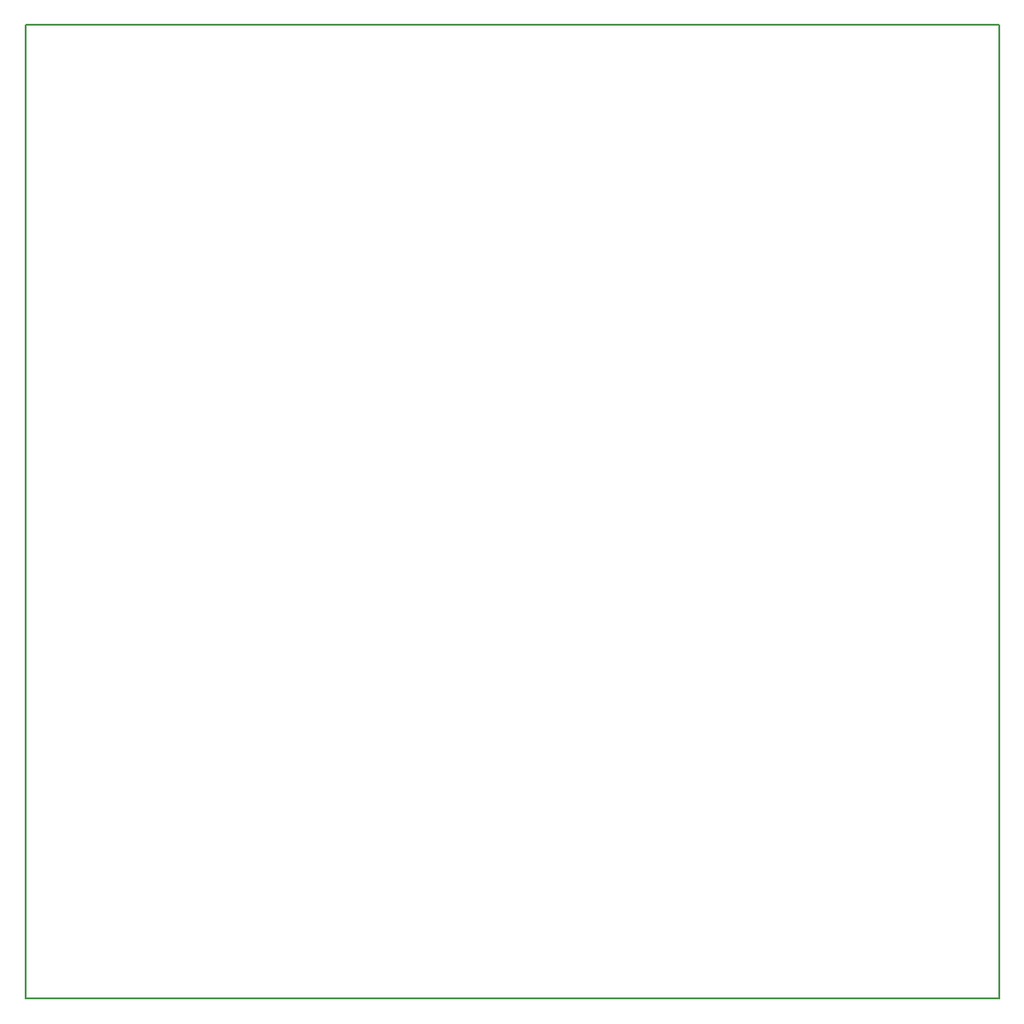
<source format=gbr>
G04 #@! TF.FileFunction,Profile,NP*
%FSLAX46Y46*%
G04 Gerber Fmt 4.6, Leading zero omitted, Abs format (unit mm)*
G04 Created by KiCad (PCBNEW 4.0.7-e2-6376~61~ubuntu18.04.1) date Mon Sep  3 21:09:47 2018*
%MOMM*%
%LPD*%
G01*
G04 APERTURE LIST*
%ADD10C,0.100000*%
%ADD11C,0.150000*%
G04 APERTURE END LIST*
D10*
D11*
X110500000Y-157500000D02*
X110500000Y-67500000D01*
X200500000Y-157500000D02*
X110500000Y-157500000D01*
X200500000Y-67500000D02*
X200500000Y-157500000D01*
X110500000Y-67500000D02*
X200500000Y-67500000D01*
M02*

</source>
